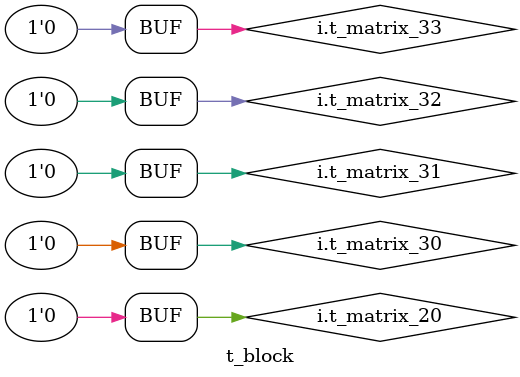
<source format=sv>
/*
 * Yipeng Huang, Richard Townsend, Lianne Lairmore
 * Columbia University
 */

`include "../sim_models/lpm_mult.v"
`include "../sim_models/mult_block.v"
`include "../sim_models/addsub_block.v"
`include "../sim_models/pipeline_internal_fv.v"
`include "../sim_models/dffep.v"
`include "../sim_models/altera_mf.v"

`include "sincos/sincos_interface.sv"
`include "sincos/sincos.sv"
`include "sincos/sin.sv"
`include "sincos/cos.sv"

`include "sincos/mult_27_square/mult_27_square.v"
`include "sincos/mult_27_coeff_104/mult_27_coeff_104.v"
`include "sincos/mult_27_coeff_326/mult_27_coeff_326.v"
`include "sincos/mult_27_coeff_58/mult_27_coeff_58.v"

`include "../mult_27/mult_27.v"

module t_block (
	ifc_t_block.t_block i
);

	ifc_sincos i_alpha (i.clk);
	assign i_alpha.angle = i.alpha;
	assign i_alpha.en = i.en;
	sincos sincos_alpha (i_alpha.sincos);

	ifc_sincos i_theta (i.clk);
	assign i_theta.angle = i.theta;
	assign i_theta.en = i.en;
	sincos sincos_theta (i_theta.sincos);


	logic [53:0] mult_01_result;
	mult_27 mult_01 (
		.clken ( i.en ),
		.clock ( i.clk ),
		.dataa ( -i_theta.sin ),
		.datab ( i_alpha.cos ),
		.result ( mult_01_result )
	);

	logic [53:0] mult_02_result;
	mult_27 mult_02 (
		.clken ( i.en ),
		.clock ( i.clk ),
		.dataa ( i_theta.sin ),
		.datab ( i_alpha.sin ),
		.result ( mult_02_result )
	);

	logic [53:0] mult_03_result;
	mult_27 mult_03 (
		.clken ( i.en ),
		.clock ( i.clk ),
		.dataa ( i.a ),
		.datab ( i_theta.cos ),
		.result ( mult_03_result )
	);

	logic [53:0] mult_11_result;
	mult_27 mult_11 (
		.clken ( i.en ),
		.clock ( i.clk ),
		.dataa ( i_theta.cos ),
		.datab ( i_alpha.cos ),
		.result ( mult_11_result )
	);

	logic [53:0] mult_12_result;
	mult_27 mult_12 (
		.clken ( i.en ),
		.clock ( i.clk ),
		.dataa ( i_theta.cos ),
		.datab ( -i_alpha.sin ),
		.result ( mult_12_result )
	);

	logic [53:0] mult_13_result;
	mult_27 mult_13 (
		.clken ( i.en ),
		.clock ( i.clk ),
		.dataa ( i.a ),
		.datab ( i_theta.sin ),
		.result ( mult_13_result )
	);

	assign i.t_matrix_00 = i_theta.cos;
	always_ff @(posedge i.clk) begin
		i.t_matrix_01 <= mult_01_result[7] ? mult_01_result[34:8] + 1'b1 : mult_01_result[34:8];
		i.t_matrix_02 <= mult_02_result[7] ? mult_02_result[34:8] + 1'b1 : mult_02_result[34:8];
		i.t_matrix_03 <= mult_03_result[7] ? mult_03_result[34:8] + 1'b1 : mult_03_result[34:8];
	end


	assign i.t_matrix_10 = i_theta.sin;
	always_ff @(posedge i.clk) begin
		i.t_matrix_11 <= mult_11_result[7] ? mult_11_result[34:8] + 1'b1 : mult_11_result[34:8];
		i.t_matrix_12 <= mult_12_result[7] ? mult_12_result[34:8] + 1'b1 : mult_12_result[34:8];
		i.t_matrix_13 <= mult_13_result[7] ? mult_13_result[34:8] + 1'b1 : mult_13_result[34:8];
	end

	assign i.t_matrix_20 = 27'd0;
	assign i.t_matrix_21 = i_alpha.sin;
	assign i.t_matrix_22 = i_alpha.cos;
	assign i.t_matrix_23 = i.d;

	assign i.t_matrix_30 = 27'd0;
	assign i.t_matrix_31 = 27'd0;
	assign i.t_matrix_32 = 27'd0;
	assign i.t_matrix_33 = 27'd256;

endmodule
</source>
